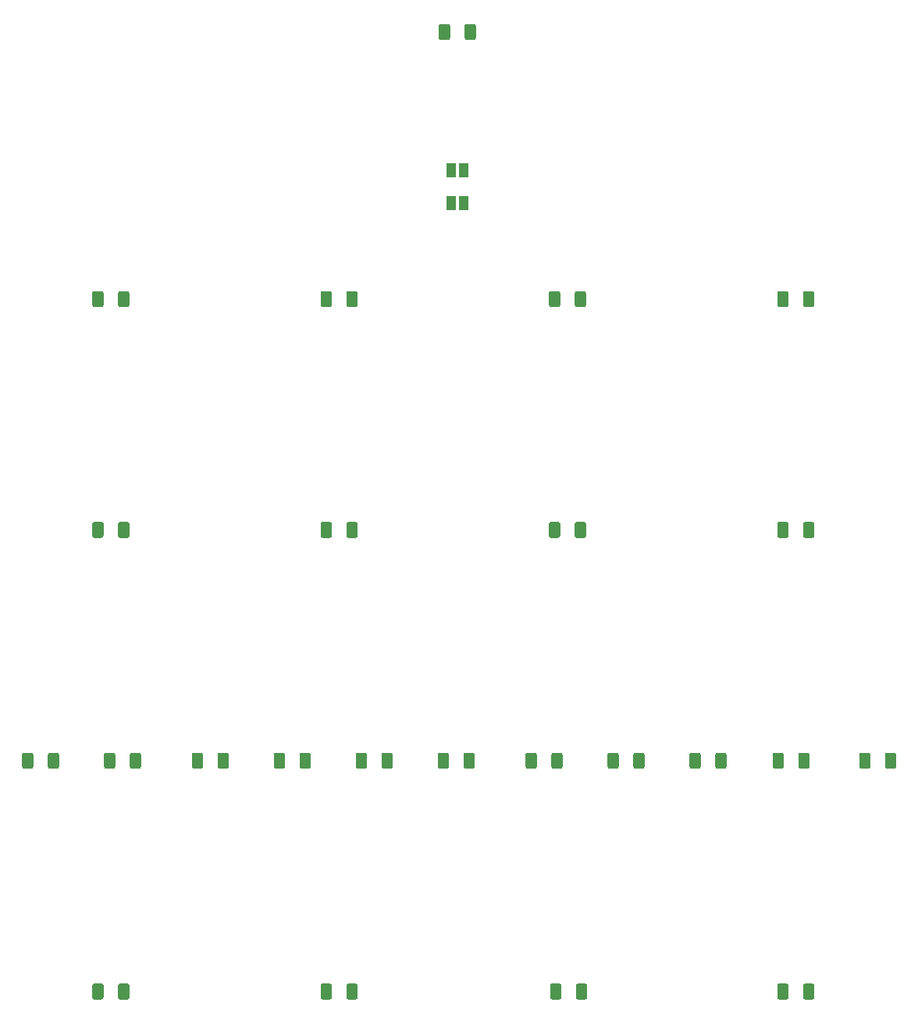
<source format=gbr>
%TF.GenerationSoftware,KiCad,Pcbnew,(5.1.9)-1*%
%TF.CreationDate,2021-12-23T21:14:11+01:00*%
%TF.ProjectId,Berlin_Uhr,4265726c-696e-45f5-9568-722e6b696361,rev?*%
%TF.SameCoordinates,Original*%
%TF.FileFunction,Paste,Bot*%
%TF.FilePolarity,Positive*%
%FSLAX46Y46*%
G04 Gerber Fmt 4.6, Leading zero omitted, Abs format (unit mm)*
G04 Created by KiCad (PCBNEW (5.1.9)-1) date 2021-12-23 21:14:11*
%MOMM*%
%LPD*%
G01*
G04 APERTURE LIST*
%ADD10R,1.000000X1.500000*%
G04 APERTURE END LIST*
%TO.C,D26*%
G36*
G01*
X157750000Y-70602000D02*
X157750000Y-69352000D01*
G75*
G02*
X158000000Y-69102000I250000J0D01*
G01*
X158750000Y-69102000D01*
G75*
G02*
X159000000Y-69352000I0J-250000D01*
G01*
X159000000Y-70602000D01*
G75*
G02*
X158750000Y-70852000I-250000J0D01*
G01*
X158000000Y-70852000D01*
G75*
G02*
X157750000Y-70602000I0J250000D01*
G01*
G37*
G36*
G01*
X154950000Y-70602000D02*
X154950000Y-69352000D01*
G75*
G02*
X155200000Y-69102000I250000J0D01*
G01*
X155950000Y-69102000D01*
G75*
G02*
X156200000Y-69352000I0J-250000D01*
G01*
X156200000Y-70602000D01*
G75*
G02*
X155950000Y-70852000I-250000J0D01*
G01*
X155200000Y-70852000D01*
G75*
G02*
X154950000Y-70602000I0J250000D01*
G01*
G37*
%TD*%
%TO.C,D25*%
G36*
G01*
X182515000Y-70602000D02*
X182515000Y-69352000D01*
G75*
G02*
X182765000Y-69102000I250000J0D01*
G01*
X183515000Y-69102000D01*
G75*
G02*
X183765000Y-69352000I0J-250000D01*
G01*
X183765000Y-70602000D01*
G75*
G02*
X183515000Y-70852000I-250000J0D01*
G01*
X182765000Y-70852000D01*
G75*
G02*
X182515000Y-70602000I0J250000D01*
G01*
G37*
G36*
G01*
X179715000Y-70602000D02*
X179715000Y-69352000D01*
G75*
G02*
X179965000Y-69102000I250000J0D01*
G01*
X180715000Y-69102000D01*
G75*
G02*
X180965000Y-69352000I0J-250000D01*
G01*
X180965000Y-70602000D01*
G75*
G02*
X180715000Y-70852000I-250000J0D01*
G01*
X179965000Y-70852000D01*
G75*
G02*
X179715000Y-70602000I0J250000D01*
G01*
G37*
%TD*%
%TO.C,D24*%
G36*
G01*
X157750000Y-95621000D02*
X157750000Y-94371000D01*
G75*
G02*
X158000000Y-94121000I250000J0D01*
G01*
X158750000Y-94121000D01*
G75*
G02*
X159000000Y-94371000I0J-250000D01*
G01*
X159000000Y-95621000D01*
G75*
G02*
X158750000Y-95871000I-250000J0D01*
G01*
X158000000Y-95871000D01*
G75*
G02*
X157750000Y-95621000I0J250000D01*
G01*
G37*
G36*
G01*
X154950000Y-95621000D02*
X154950000Y-94371000D01*
G75*
G02*
X155200000Y-94121000I250000J0D01*
G01*
X155950000Y-94121000D01*
G75*
G02*
X156200000Y-94371000I0J-250000D01*
G01*
X156200000Y-95621000D01*
G75*
G02*
X155950000Y-95871000I-250000J0D01*
G01*
X155200000Y-95871000D01*
G75*
G02*
X154950000Y-95621000I0J250000D01*
G01*
G37*
%TD*%
%TO.C,D23*%
G36*
G01*
X182515000Y-95621000D02*
X182515000Y-94371000D01*
G75*
G02*
X182765000Y-94121000I250000J0D01*
G01*
X183515000Y-94121000D01*
G75*
G02*
X183765000Y-94371000I0J-250000D01*
G01*
X183765000Y-95621000D01*
G75*
G02*
X183515000Y-95871000I-250000J0D01*
G01*
X182765000Y-95871000D01*
G75*
G02*
X182515000Y-95621000I0J250000D01*
G01*
G37*
G36*
G01*
X179715000Y-95621000D02*
X179715000Y-94371000D01*
G75*
G02*
X179965000Y-94121000I250000J0D01*
G01*
X180715000Y-94121000D01*
G75*
G02*
X180965000Y-94371000I0J-250000D01*
G01*
X180965000Y-95621000D01*
G75*
G02*
X180715000Y-95871000I-250000J0D01*
G01*
X179965000Y-95871000D01*
G75*
G02*
X179715000Y-95621000I0J250000D01*
G01*
G37*
%TD*%
%TO.C,D22*%
G36*
G01*
X191405000Y-120640000D02*
X191405000Y-119390000D01*
G75*
G02*
X191655000Y-119140000I250000J0D01*
G01*
X192405000Y-119140000D01*
G75*
G02*
X192655000Y-119390000I0J-250000D01*
G01*
X192655000Y-120640000D01*
G75*
G02*
X192405000Y-120890000I-250000J0D01*
G01*
X191655000Y-120890000D01*
G75*
G02*
X191405000Y-120640000I0J250000D01*
G01*
G37*
G36*
G01*
X188605000Y-120640000D02*
X188605000Y-119390000D01*
G75*
G02*
X188855000Y-119140000I250000J0D01*
G01*
X189605000Y-119140000D01*
G75*
G02*
X189855000Y-119390000I0J-250000D01*
G01*
X189855000Y-120640000D01*
G75*
G02*
X189605000Y-120890000I-250000J0D01*
G01*
X188855000Y-120890000D01*
G75*
G02*
X188605000Y-120640000I0J250000D01*
G01*
G37*
%TD*%
%TO.C,D21*%
G36*
G01*
X182007000Y-120640000D02*
X182007000Y-119390000D01*
G75*
G02*
X182257000Y-119140000I250000J0D01*
G01*
X183007000Y-119140000D01*
G75*
G02*
X183257000Y-119390000I0J-250000D01*
G01*
X183257000Y-120640000D01*
G75*
G02*
X183007000Y-120890000I-250000J0D01*
G01*
X182257000Y-120890000D01*
G75*
G02*
X182007000Y-120640000I0J250000D01*
G01*
G37*
G36*
G01*
X179207000Y-120640000D02*
X179207000Y-119390000D01*
G75*
G02*
X179457000Y-119140000I250000J0D01*
G01*
X180207000Y-119140000D01*
G75*
G02*
X180457000Y-119390000I0J-250000D01*
G01*
X180457000Y-120640000D01*
G75*
G02*
X180207000Y-120890000I-250000J0D01*
G01*
X179457000Y-120890000D01*
G75*
G02*
X179207000Y-120640000I0J250000D01*
G01*
G37*
%TD*%
%TO.C,D20*%
G36*
G01*
X182515000Y-145659000D02*
X182515000Y-144409000D01*
G75*
G02*
X182765000Y-144159000I250000J0D01*
G01*
X183515000Y-144159000D01*
G75*
G02*
X183765000Y-144409000I0J-250000D01*
G01*
X183765000Y-145659000D01*
G75*
G02*
X183515000Y-145909000I-250000J0D01*
G01*
X182765000Y-145909000D01*
G75*
G02*
X182515000Y-145659000I0J250000D01*
G01*
G37*
G36*
G01*
X179715000Y-145659000D02*
X179715000Y-144409000D01*
G75*
G02*
X179965000Y-144159000I250000J0D01*
G01*
X180715000Y-144159000D01*
G75*
G02*
X180965000Y-144409000I0J-250000D01*
G01*
X180965000Y-145659000D01*
G75*
G02*
X180715000Y-145909000I-250000J0D01*
G01*
X179965000Y-145909000D01*
G75*
G02*
X179715000Y-145659000I0J250000D01*
G01*
G37*
%TD*%
%TO.C,D19*%
G36*
G01*
X157877000Y-145659000D02*
X157877000Y-144409000D01*
G75*
G02*
X158127000Y-144159000I250000J0D01*
G01*
X158877000Y-144159000D01*
G75*
G02*
X159127000Y-144409000I0J-250000D01*
G01*
X159127000Y-145659000D01*
G75*
G02*
X158877000Y-145909000I-250000J0D01*
G01*
X158127000Y-145909000D01*
G75*
G02*
X157877000Y-145659000I0J250000D01*
G01*
G37*
G36*
G01*
X155077000Y-145659000D02*
X155077000Y-144409000D01*
G75*
G02*
X155327000Y-144159000I250000J0D01*
G01*
X156077000Y-144159000D01*
G75*
G02*
X156327000Y-144409000I0J-250000D01*
G01*
X156327000Y-145659000D01*
G75*
G02*
X156077000Y-145909000I-250000J0D01*
G01*
X155327000Y-145909000D01*
G75*
G02*
X155077000Y-145659000I0J250000D01*
G01*
G37*
%TD*%
%TO.C,D18*%
G36*
G01*
X172990000Y-120640000D02*
X172990000Y-119390000D01*
G75*
G02*
X173240000Y-119140000I250000J0D01*
G01*
X173990000Y-119140000D01*
G75*
G02*
X174240000Y-119390000I0J-250000D01*
G01*
X174240000Y-120640000D01*
G75*
G02*
X173990000Y-120890000I-250000J0D01*
G01*
X173240000Y-120890000D01*
G75*
G02*
X172990000Y-120640000I0J250000D01*
G01*
G37*
G36*
G01*
X170190000Y-120640000D02*
X170190000Y-119390000D01*
G75*
G02*
X170440000Y-119140000I250000J0D01*
G01*
X171190000Y-119140000D01*
G75*
G02*
X171440000Y-119390000I0J-250000D01*
G01*
X171440000Y-120640000D01*
G75*
G02*
X171190000Y-120890000I-250000J0D01*
G01*
X170440000Y-120890000D01*
G75*
G02*
X170190000Y-120640000I0J250000D01*
G01*
G37*
%TD*%
%TO.C,D17*%
G36*
G01*
X164100000Y-120640000D02*
X164100000Y-119390000D01*
G75*
G02*
X164350000Y-119140000I250000J0D01*
G01*
X165100000Y-119140000D01*
G75*
G02*
X165350000Y-119390000I0J-250000D01*
G01*
X165350000Y-120640000D01*
G75*
G02*
X165100000Y-120890000I-250000J0D01*
G01*
X164350000Y-120890000D01*
G75*
G02*
X164100000Y-120640000I0J250000D01*
G01*
G37*
G36*
G01*
X161300000Y-120640000D02*
X161300000Y-119390000D01*
G75*
G02*
X161550000Y-119140000I250000J0D01*
G01*
X162300000Y-119140000D01*
G75*
G02*
X162550000Y-119390000I0J-250000D01*
G01*
X162550000Y-120640000D01*
G75*
G02*
X162300000Y-120890000I-250000J0D01*
G01*
X161550000Y-120890000D01*
G75*
G02*
X161300000Y-120640000I0J250000D01*
G01*
G37*
%TD*%
%TO.C,D16*%
G36*
G01*
X155210000Y-120640000D02*
X155210000Y-119390000D01*
G75*
G02*
X155460000Y-119140000I250000J0D01*
G01*
X156210000Y-119140000D01*
G75*
G02*
X156460000Y-119390000I0J-250000D01*
G01*
X156460000Y-120640000D01*
G75*
G02*
X156210000Y-120890000I-250000J0D01*
G01*
X155460000Y-120890000D01*
G75*
G02*
X155210000Y-120640000I0J250000D01*
G01*
G37*
G36*
G01*
X152410000Y-120640000D02*
X152410000Y-119390000D01*
G75*
G02*
X152660000Y-119140000I250000J0D01*
G01*
X153410000Y-119140000D01*
G75*
G02*
X153660000Y-119390000I0J-250000D01*
G01*
X153660000Y-120640000D01*
G75*
G02*
X153410000Y-120890000I-250000J0D01*
G01*
X152660000Y-120890000D01*
G75*
G02*
X152410000Y-120640000I0J250000D01*
G01*
G37*
%TD*%
%TO.C,D15*%
G36*
G01*
X145685000Y-120640000D02*
X145685000Y-119390000D01*
G75*
G02*
X145935000Y-119140000I250000J0D01*
G01*
X146685000Y-119140000D01*
G75*
G02*
X146935000Y-119390000I0J-250000D01*
G01*
X146935000Y-120640000D01*
G75*
G02*
X146685000Y-120890000I-250000J0D01*
G01*
X145935000Y-120890000D01*
G75*
G02*
X145685000Y-120640000I0J250000D01*
G01*
G37*
G36*
G01*
X142885000Y-120640000D02*
X142885000Y-119390000D01*
G75*
G02*
X143135000Y-119140000I250000J0D01*
G01*
X143885000Y-119140000D01*
G75*
G02*
X144135000Y-119390000I0J-250000D01*
G01*
X144135000Y-120640000D01*
G75*
G02*
X143885000Y-120890000I-250000J0D01*
G01*
X143135000Y-120890000D01*
G75*
G02*
X142885000Y-120640000I0J250000D01*
G01*
G37*
%TD*%
%TO.C,D14*%
G36*
G01*
X136795000Y-120640000D02*
X136795000Y-119390000D01*
G75*
G02*
X137045000Y-119140000I250000J0D01*
G01*
X137795000Y-119140000D01*
G75*
G02*
X138045000Y-119390000I0J-250000D01*
G01*
X138045000Y-120640000D01*
G75*
G02*
X137795000Y-120890000I-250000J0D01*
G01*
X137045000Y-120890000D01*
G75*
G02*
X136795000Y-120640000I0J250000D01*
G01*
G37*
G36*
G01*
X133995000Y-120640000D02*
X133995000Y-119390000D01*
G75*
G02*
X134245000Y-119140000I250000J0D01*
G01*
X134995000Y-119140000D01*
G75*
G02*
X135245000Y-119390000I0J-250000D01*
G01*
X135245000Y-120640000D01*
G75*
G02*
X134995000Y-120890000I-250000J0D01*
G01*
X134245000Y-120890000D01*
G75*
G02*
X133995000Y-120640000I0J250000D01*
G01*
G37*
%TD*%
%TO.C,D13*%
G36*
G01*
X127905000Y-120640000D02*
X127905000Y-119390000D01*
G75*
G02*
X128155000Y-119140000I250000J0D01*
G01*
X128905000Y-119140000D01*
G75*
G02*
X129155000Y-119390000I0J-250000D01*
G01*
X129155000Y-120640000D01*
G75*
G02*
X128905000Y-120890000I-250000J0D01*
G01*
X128155000Y-120890000D01*
G75*
G02*
X127905000Y-120640000I0J250000D01*
G01*
G37*
G36*
G01*
X125105000Y-120640000D02*
X125105000Y-119390000D01*
G75*
G02*
X125355000Y-119140000I250000J0D01*
G01*
X126105000Y-119140000D01*
G75*
G02*
X126355000Y-119390000I0J-250000D01*
G01*
X126355000Y-120640000D01*
G75*
G02*
X126105000Y-120890000I-250000J0D01*
G01*
X125355000Y-120890000D01*
G75*
G02*
X125105000Y-120640000I0J250000D01*
G01*
G37*
%TD*%
%TO.C,D12*%
G36*
G01*
X132985000Y-145659000D02*
X132985000Y-144409000D01*
G75*
G02*
X133235000Y-144159000I250000J0D01*
G01*
X133985000Y-144159000D01*
G75*
G02*
X134235000Y-144409000I0J-250000D01*
G01*
X134235000Y-145659000D01*
G75*
G02*
X133985000Y-145909000I-250000J0D01*
G01*
X133235000Y-145909000D01*
G75*
G02*
X132985000Y-145659000I0J250000D01*
G01*
G37*
G36*
G01*
X130185000Y-145659000D02*
X130185000Y-144409000D01*
G75*
G02*
X130435000Y-144159000I250000J0D01*
G01*
X131185000Y-144159000D01*
G75*
G02*
X131435000Y-144409000I0J-250000D01*
G01*
X131435000Y-145659000D01*
G75*
G02*
X131185000Y-145909000I-250000J0D01*
G01*
X130435000Y-145909000D01*
G75*
G02*
X130185000Y-145659000I0J250000D01*
G01*
G37*
%TD*%
%TO.C,D11*%
G36*
G01*
X119015000Y-120640000D02*
X119015000Y-119390000D01*
G75*
G02*
X119265000Y-119140000I250000J0D01*
G01*
X120015000Y-119140000D01*
G75*
G02*
X120265000Y-119390000I0J-250000D01*
G01*
X120265000Y-120640000D01*
G75*
G02*
X120015000Y-120890000I-250000J0D01*
G01*
X119265000Y-120890000D01*
G75*
G02*
X119015000Y-120640000I0J250000D01*
G01*
G37*
G36*
G01*
X116215000Y-120640000D02*
X116215000Y-119390000D01*
G75*
G02*
X116465000Y-119140000I250000J0D01*
G01*
X117215000Y-119140000D01*
G75*
G02*
X117465000Y-119390000I0J-250000D01*
G01*
X117465000Y-120640000D01*
G75*
G02*
X117215000Y-120890000I-250000J0D01*
G01*
X116465000Y-120890000D01*
G75*
G02*
X116215000Y-120640000I0J250000D01*
G01*
G37*
%TD*%
%TO.C,D10*%
G36*
G01*
X108220000Y-145659000D02*
X108220000Y-144409000D01*
G75*
G02*
X108470000Y-144159000I250000J0D01*
G01*
X109220000Y-144159000D01*
G75*
G02*
X109470000Y-144409000I0J-250000D01*
G01*
X109470000Y-145659000D01*
G75*
G02*
X109220000Y-145909000I-250000J0D01*
G01*
X108470000Y-145909000D01*
G75*
G02*
X108220000Y-145659000I0J250000D01*
G01*
G37*
G36*
G01*
X105420000Y-145659000D02*
X105420000Y-144409000D01*
G75*
G02*
X105670000Y-144159000I250000J0D01*
G01*
X106420000Y-144159000D01*
G75*
G02*
X106670000Y-144409000I0J-250000D01*
G01*
X106670000Y-145659000D01*
G75*
G02*
X106420000Y-145909000I-250000J0D01*
G01*
X105670000Y-145909000D01*
G75*
G02*
X105420000Y-145659000I0J250000D01*
G01*
G37*
%TD*%
%TO.C,D9*%
G36*
G01*
X109490000Y-120640000D02*
X109490000Y-119390000D01*
G75*
G02*
X109740000Y-119140000I250000J0D01*
G01*
X110490000Y-119140000D01*
G75*
G02*
X110740000Y-119390000I0J-250000D01*
G01*
X110740000Y-120640000D01*
G75*
G02*
X110490000Y-120890000I-250000J0D01*
G01*
X109740000Y-120890000D01*
G75*
G02*
X109490000Y-120640000I0J250000D01*
G01*
G37*
G36*
G01*
X106690000Y-120640000D02*
X106690000Y-119390000D01*
G75*
G02*
X106940000Y-119140000I250000J0D01*
G01*
X107690000Y-119140000D01*
G75*
G02*
X107940000Y-119390000I0J-250000D01*
G01*
X107940000Y-120640000D01*
G75*
G02*
X107690000Y-120890000I-250000J0D01*
G01*
X106940000Y-120890000D01*
G75*
G02*
X106690000Y-120640000I0J250000D01*
G01*
G37*
%TD*%
%TO.C,D8*%
G36*
G01*
X100600000Y-120640000D02*
X100600000Y-119390000D01*
G75*
G02*
X100850000Y-119140000I250000J0D01*
G01*
X101600000Y-119140000D01*
G75*
G02*
X101850000Y-119390000I0J-250000D01*
G01*
X101850000Y-120640000D01*
G75*
G02*
X101600000Y-120890000I-250000J0D01*
G01*
X100850000Y-120890000D01*
G75*
G02*
X100600000Y-120640000I0J250000D01*
G01*
G37*
G36*
G01*
X97800000Y-120640000D02*
X97800000Y-119390000D01*
G75*
G02*
X98050000Y-119140000I250000J0D01*
G01*
X98800000Y-119140000D01*
G75*
G02*
X99050000Y-119390000I0J-250000D01*
G01*
X99050000Y-120640000D01*
G75*
G02*
X98800000Y-120890000I-250000J0D01*
G01*
X98050000Y-120890000D01*
G75*
G02*
X97800000Y-120640000I0J250000D01*
G01*
G37*
%TD*%
%TO.C,D7*%
G36*
G01*
X132985000Y-95621000D02*
X132985000Y-94371000D01*
G75*
G02*
X133235000Y-94121000I250000J0D01*
G01*
X133985000Y-94121000D01*
G75*
G02*
X134235000Y-94371000I0J-250000D01*
G01*
X134235000Y-95621000D01*
G75*
G02*
X133985000Y-95871000I-250000J0D01*
G01*
X133235000Y-95871000D01*
G75*
G02*
X132985000Y-95621000I0J250000D01*
G01*
G37*
G36*
G01*
X130185000Y-95621000D02*
X130185000Y-94371000D01*
G75*
G02*
X130435000Y-94121000I250000J0D01*
G01*
X131185000Y-94121000D01*
G75*
G02*
X131435000Y-94371000I0J-250000D01*
G01*
X131435000Y-95621000D01*
G75*
G02*
X131185000Y-95871000I-250000J0D01*
G01*
X130435000Y-95871000D01*
G75*
G02*
X130185000Y-95621000I0J250000D01*
G01*
G37*
%TD*%
%TO.C,D6*%
G36*
G01*
X108220000Y-95621000D02*
X108220000Y-94371000D01*
G75*
G02*
X108470000Y-94121000I250000J0D01*
G01*
X109220000Y-94121000D01*
G75*
G02*
X109470000Y-94371000I0J-250000D01*
G01*
X109470000Y-95621000D01*
G75*
G02*
X109220000Y-95871000I-250000J0D01*
G01*
X108470000Y-95871000D01*
G75*
G02*
X108220000Y-95621000I0J250000D01*
G01*
G37*
G36*
G01*
X105420000Y-95621000D02*
X105420000Y-94371000D01*
G75*
G02*
X105670000Y-94121000I250000J0D01*
G01*
X106420000Y-94121000D01*
G75*
G02*
X106670000Y-94371000I0J-250000D01*
G01*
X106670000Y-95621000D01*
G75*
G02*
X106420000Y-95871000I-250000J0D01*
G01*
X105670000Y-95871000D01*
G75*
G02*
X105420000Y-95621000I0J250000D01*
G01*
G37*
%TD*%
%TO.C,D5*%
G36*
G01*
X108220000Y-70602000D02*
X108220000Y-69352000D01*
G75*
G02*
X108470000Y-69102000I250000J0D01*
G01*
X109220000Y-69102000D01*
G75*
G02*
X109470000Y-69352000I0J-250000D01*
G01*
X109470000Y-70602000D01*
G75*
G02*
X109220000Y-70852000I-250000J0D01*
G01*
X108470000Y-70852000D01*
G75*
G02*
X108220000Y-70602000I0J250000D01*
G01*
G37*
G36*
G01*
X105420000Y-70602000D02*
X105420000Y-69352000D01*
G75*
G02*
X105670000Y-69102000I250000J0D01*
G01*
X106420000Y-69102000D01*
G75*
G02*
X106670000Y-69352000I0J-250000D01*
G01*
X106670000Y-70602000D01*
G75*
G02*
X106420000Y-70852000I-250000J0D01*
G01*
X105670000Y-70852000D01*
G75*
G02*
X105420000Y-70602000I0J250000D01*
G01*
G37*
%TD*%
%TO.C,D4*%
G36*
G01*
X132985000Y-70602000D02*
X132985000Y-69352000D01*
G75*
G02*
X133235000Y-69102000I250000J0D01*
G01*
X133985000Y-69102000D01*
G75*
G02*
X134235000Y-69352000I0J-250000D01*
G01*
X134235000Y-70602000D01*
G75*
G02*
X133985000Y-70852000I-250000J0D01*
G01*
X133235000Y-70852000D01*
G75*
G02*
X132985000Y-70602000I0J250000D01*
G01*
G37*
G36*
G01*
X130185000Y-70602000D02*
X130185000Y-69352000D01*
G75*
G02*
X130435000Y-69102000I250000J0D01*
G01*
X131185000Y-69102000D01*
G75*
G02*
X131435000Y-69352000I0J-250000D01*
G01*
X131435000Y-70602000D01*
G75*
G02*
X131185000Y-70852000I-250000J0D01*
G01*
X130435000Y-70852000D01*
G75*
G02*
X130185000Y-70602000I0J250000D01*
G01*
G37*
%TD*%
%TO.C,D3*%
G36*
G01*
X145806000Y-41646000D02*
X145806000Y-40396000D01*
G75*
G02*
X146056000Y-40146000I250000J0D01*
G01*
X146806000Y-40146000D01*
G75*
G02*
X147056000Y-40396000I0J-250000D01*
G01*
X147056000Y-41646000D01*
G75*
G02*
X146806000Y-41896000I-250000J0D01*
G01*
X146056000Y-41896000D01*
G75*
G02*
X145806000Y-41646000I0J250000D01*
G01*
G37*
G36*
G01*
X143006000Y-41646000D02*
X143006000Y-40396000D01*
G75*
G02*
X143256000Y-40146000I250000J0D01*
G01*
X144006000Y-40146000D01*
G75*
G02*
X144256000Y-40396000I0J-250000D01*
G01*
X144256000Y-41646000D01*
G75*
G02*
X144006000Y-41896000I-250000J0D01*
G01*
X143256000Y-41896000D01*
G75*
G02*
X143006000Y-41646000I0J250000D01*
G01*
G37*
%TD*%
D10*
%TO.C,Q1*%
X145734000Y-59535000D03*
X144334000Y-59535000D03*
X145734000Y-56035000D03*
X144334000Y-56035000D03*
%TD*%
M02*

</source>
